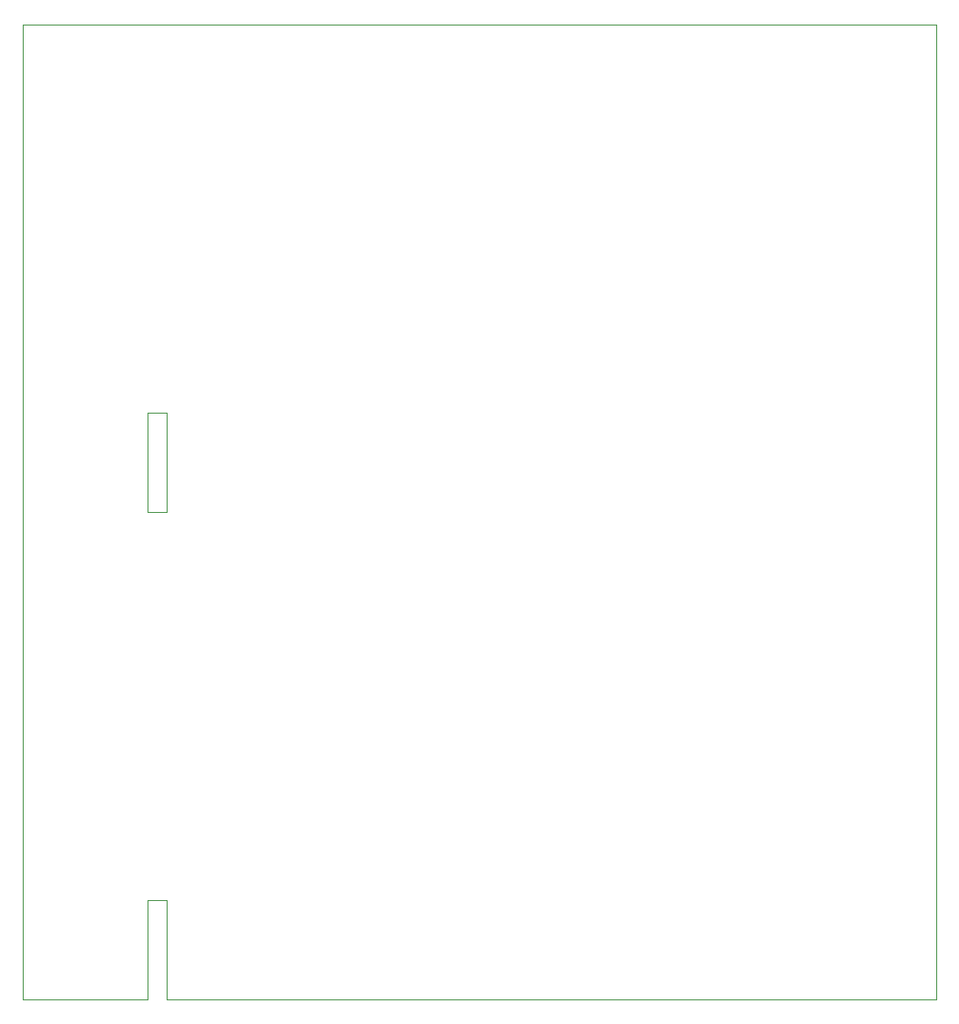
<source format=gm1>
G04 #@! TF.GenerationSoftware,KiCad,Pcbnew,(5.1.5)-3*
G04 #@! TF.CreationDate,2019-12-27T07:31:55+09:00*
G04 #@! TF.ProjectId,CAN_H-Bridge_Solo_MD_fin,43414e5f-482d-4427-9269-6467655f536f,rev?*
G04 #@! TF.SameCoordinates,Original*
G04 #@! TF.FileFunction,Profile,NP*
%FSLAX46Y46*%
G04 Gerber Fmt 4.6, Leading zero omitted, Abs format (unit mm)*
G04 Created by KiCad (PCBNEW (5.1.5)-3) date 2019-12-27 07:31:55*
%MOMM*%
%LPD*%
G04 APERTURE LIST*
%ADD10C,0.050000*%
G04 APERTURE END LIST*
D10*
X116600000Y-111750000D02*
X118400000Y-111750000D01*
X116600000Y-102500000D02*
X116600000Y-111750000D01*
X118400000Y-111750000D02*
X118400000Y-102500000D01*
X118400000Y-102500000D02*
X116600000Y-102500000D01*
X189950000Y-66450000D02*
X105050000Y-66450000D01*
X189950000Y-66450000D02*
X189950000Y-111750000D01*
X105050000Y-111750000D02*
X105050000Y-66450000D01*
X118400000Y-147800000D02*
X116600000Y-147800000D01*
X189950000Y-111750000D02*
X189950000Y-157050000D01*
X105050000Y-157050000D02*
X105050000Y-111750000D01*
X116600000Y-157050000D02*
X105050000Y-157050000D01*
X116600000Y-147800000D02*
X116600000Y-157050000D01*
X118400000Y-157050000D02*
X118400000Y-147800000D01*
X189950000Y-157050000D02*
X118400000Y-157050000D01*
M02*

</source>
